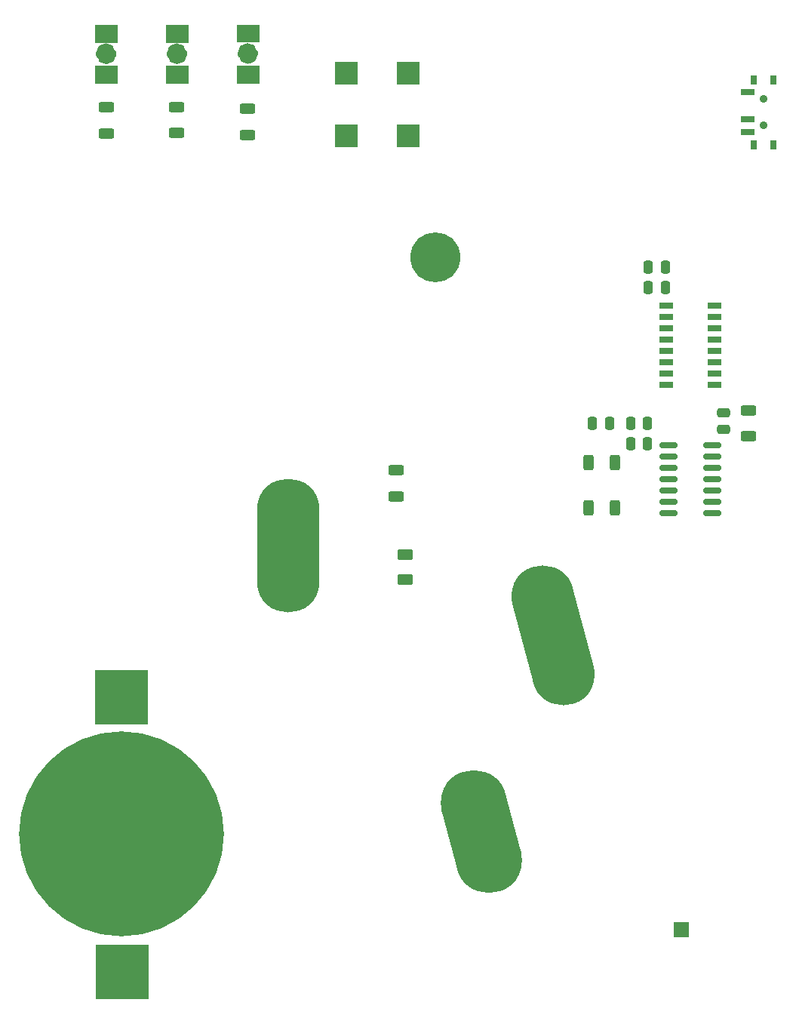
<source format=gbr>
%TF.GenerationSoftware,KiCad,Pcbnew,(6.0.1)*%
%TF.CreationDate,2022-08-22T18:54:28-05:00*%
%TF.ProjectId,Biohacking Village Badge - Gutz-Girl,42696f68-6163-46b6-996e-672056696c6c,1.0b*%
%TF.SameCoordinates,Original*%
%TF.FileFunction,Soldermask,Bot*%
%TF.FilePolarity,Negative*%
%FSLAX46Y46*%
G04 Gerber Fmt 4.6, Leading zero omitted, Abs format (unit mm)*
G04 Created by KiCad (PCBNEW (6.0.1)) date 2022-08-22 18:54:28*
%MOMM*%
%LPD*%
G01*
G04 APERTURE LIST*
G04 Aperture macros list*
%AMRoundRect*
0 Rectangle with rounded corners*
0 $1 Rounding radius*
0 $2 $3 $4 $5 $6 $7 $8 $9 X,Y pos of 4 corners*
0 Add a 4 corners polygon primitive as box body*
4,1,4,$2,$3,$4,$5,$6,$7,$8,$9,$2,$3,0*
0 Add four circle primitives for the rounded corners*
1,1,$1+$1,$2,$3*
1,1,$1+$1,$4,$5*
1,1,$1+$1,$6,$7*
1,1,$1+$1,$8,$9*
0 Add four rect primitives between the rounded corners*
20,1,$1+$1,$2,$3,$4,$5,0*
20,1,$1+$1,$4,$5,$6,$7,0*
20,1,$1+$1,$6,$7,$8,$9,0*
20,1,$1+$1,$8,$9,$2,$3,0*%
%AMHorizOval*
0 Thick line with rounded ends*
0 $1 width*
0 $2 $3 position (X,Y) of the first rounded end (center of the circle)*
0 $4 $5 position (X,Y) of the second rounded end (center of the circle)*
0 Add line between two ends*
20,1,$1,$2,$3,$4,$5,0*
0 Add two circle primitives to create the rounded ends*
1,1,$1,$2,$3*
1,1,$1,$4,$5*%
G04 Aperture macros list end*
%ADD10C,1.152495*%
%ADD11C,0.100000*%
%ADD12HorizOval,7.400000X-0.854103X3.187555X0.854103X-3.187555X0*%
%ADD13R,2.032000X1.524000*%
%ADD14R,2.095500X1.397000*%
%ADD15R,1.550000X0.700000*%
%ADD16RoundRect,0.250000X0.250000X0.475000X-0.250000X0.475000X-0.250000X-0.475000X0.250000X-0.475000X0*%
%ADD17RoundRect,0.250000X-0.625000X0.312500X-0.625000X-0.312500X0.625000X-0.312500X0.625000X0.312500X0*%
%ADD18R,6.000000X6.200000*%
%ADD19C,23.000000*%
%ADD20C,5.600000*%
%ADD21RoundRect,0.250000X-0.312500X-0.625000X0.312500X-0.625000X0.312500X0.625000X-0.312500X0.625000X0*%
%ADD22O,7.000000X15.000000*%
%ADD23RoundRect,0.250000X0.475000X-0.250000X0.475000X0.250000X-0.475000X0.250000X-0.475000X-0.250000X0*%
%ADD24RoundRect,0.250000X0.625000X-0.375000X0.625000X0.375000X-0.625000X0.375000X-0.625000X-0.375000X0*%
%ADD25RoundRect,0.250000X0.312500X0.625000X-0.312500X0.625000X-0.312500X-0.625000X0.312500X-0.625000X0*%
%ADD26RoundRect,0.150000X0.825000X0.150000X-0.825000X0.150000X-0.825000X-0.150000X0.825000X-0.150000X0*%
%ADD27HorizOval,7.000000X-1.164686X4.346666X1.164686X-4.346666X0*%
%ADD28R,1.700000X1.700000*%
%ADD29R,0.800000X1.000000*%
%ADD30C,0.900000*%
%ADD31R,1.500000X0.700000*%
%ADD32R,2.500000X2.500000*%
G04 APERTURE END LIST*
%TO.C,D2*%
D10*
X85726447Y-46268800D02*
G75*
G03*
X85726447Y-46268800I-576247J0D01*
G01*
D11*
X86394800Y-49570800D02*
X86394800Y-47589600D01*
X86394800Y-47589600D02*
X83905600Y-47589600D01*
X83905600Y-47589600D02*
X83905600Y-49570800D01*
X83905600Y-49570800D02*
X86394800Y-49570800D01*
G36*
X86394800Y-49570800D02*
G01*
X83905600Y-49570800D01*
X83905600Y-47589600D01*
X86394800Y-47589600D01*
X86394800Y-49570800D01*
G37*
X86394800Y-49570800D02*
X83905600Y-49570800D01*
X83905600Y-47589600D01*
X86394800Y-47589600D01*
X86394800Y-49570800D01*
X86369400Y-44948000D02*
X86369400Y-43017600D01*
X86369400Y-43017600D02*
X83931000Y-43017600D01*
X83931000Y-43017600D02*
X83931000Y-44948000D01*
X83931000Y-44948000D02*
X86369400Y-44948000D01*
G36*
X86369400Y-44948000D02*
G01*
X83931000Y-44948000D01*
X83931000Y-43017600D01*
X86369400Y-43017600D01*
X86369400Y-44948000D01*
G37*
X86369400Y-44948000D02*
X83931000Y-44948000D01*
X83931000Y-43017600D01*
X86369400Y-43017600D01*
X86369400Y-44948000D01*
%TO.C,D3*%
D10*
X93676647Y-46243400D02*
G75*
G03*
X93676647Y-46243400I-576247J0D01*
G01*
D11*
X94319600Y-44922600D02*
X94319600Y-42992200D01*
X94319600Y-42992200D02*
X91881200Y-42992200D01*
X91881200Y-42992200D02*
X91881200Y-44922600D01*
X91881200Y-44922600D02*
X94319600Y-44922600D01*
G36*
X94319600Y-44922600D02*
G01*
X91881200Y-44922600D01*
X91881200Y-42992200D01*
X94319600Y-42992200D01*
X94319600Y-44922600D01*
G37*
X94319600Y-44922600D02*
X91881200Y-44922600D01*
X91881200Y-42992200D01*
X94319600Y-42992200D01*
X94319600Y-44922600D01*
X94345000Y-49545400D02*
X94345000Y-47564200D01*
X94345000Y-47564200D02*
X91855800Y-47564200D01*
X91855800Y-47564200D02*
X91855800Y-49545400D01*
X91855800Y-49545400D02*
X94345000Y-49545400D01*
G36*
X94345000Y-49545400D02*
G01*
X91855800Y-49545400D01*
X91855800Y-47564200D01*
X94345000Y-47564200D01*
X94345000Y-49545400D01*
G37*
X94345000Y-49545400D02*
X91855800Y-49545400D01*
X91855800Y-47564200D01*
X94345000Y-47564200D01*
X94345000Y-49545400D01*
%TO.C,D1*%
D10*
X77776247Y-46268800D02*
G75*
G03*
X77776247Y-46268800I-576247J0D01*
G01*
D11*
X78419200Y-44948000D02*
X78419200Y-43017600D01*
X78419200Y-43017600D02*
X75980800Y-43017600D01*
X75980800Y-43017600D02*
X75980800Y-44948000D01*
X75980800Y-44948000D02*
X78419200Y-44948000D01*
G36*
X78419200Y-44948000D02*
G01*
X75980800Y-44948000D01*
X75980800Y-43017600D01*
X78419200Y-43017600D01*
X78419200Y-44948000D01*
G37*
X78419200Y-44948000D02*
X75980800Y-44948000D01*
X75980800Y-43017600D01*
X78419200Y-43017600D01*
X78419200Y-44948000D01*
X78444600Y-49570800D02*
X78444600Y-47589600D01*
X78444600Y-47589600D02*
X75955400Y-47589600D01*
X75955400Y-47589600D02*
X75955400Y-49570800D01*
X75955400Y-49570800D02*
X78444600Y-49570800D01*
G36*
X78444600Y-49570800D02*
G01*
X75955400Y-49570800D01*
X75955400Y-47589600D01*
X78444600Y-47589600D01*
X78444600Y-49570800D01*
G37*
X78444600Y-49570800D02*
X75955400Y-49570800D01*
X75955400Y-47589600D01*
X78444600Y-47589600D01*
X78444600Y-49570800D01*
%TD*%
D12*
%TO.C,*%
X119329200Y-133527800D03*
%TD*%
D13*
%TO.C,D2*%
X85150200Y-48554800D03*
D14*
X85150200Y-43982800D03*
%TD*%
%TO.C,D3*%
X93100400Y-43957400D03*
D13*
X93100400Y-48529400D03*
%TD*%
D14*
%TO.C,D1*%
X77200000Y-43982800D03*
D13*
X77200000Y-48554800D03*
%TD*%
D15*
%TO.C,U1*%
X145473000Y-74549000D03*
X145473000Y-75819000D03*
X145473000Y-77089000D03*
X145473000Y-78359000D03*
X145473000Y-79629000D03*
X145473000Y-80899000D03*
X145473000Y-82169000D03*
X145473000Y-83439000D03*
X140023000Y-83439000D03*
X140023000Y-82169000D03*
X140023000Y-80899000D03*
X140023000Y-79629000D03*
X140023000Y-78359000D03*
X140023000Y-77089000D03*
X140023000Y-75819000D03*
X140023000Y-74549000D03*
%TD*%
D16*
%TO.C,C5*%
X139950000Y-70250000D03*
X138050000Y-70250000D03*
%TD*%
D17*
%TO.C,R3*%
X93075000Y-52426300D03*
X93075000Y-55351300D03*
%TD*%
D18*
%TO.C,CR2450*%
X79026600Y-149294000D03*
X78925000Y-118500000D03*
D19*
X78925000Y-133800000D03*
%TD*%
D20*
%TO.C,REF\u002A\u002A*%
X114175000Y-69150000D03*
%TD*%
D16*
%TO.C,C3*%
X139950000Y-72500000D03*
X138050000Y-72500000D03*
%TD*%
D17*
%TO.C,R7*%
X109728000Y-93025500D03*
X109728000Y-95950500D03*
%TD*%
D21*
%TO.C,R6*%
X131379500Y-92170000D03*
X134304500Y-92170000D03*
%TD*%
D22*
%TO.C,REF\u002A\u002A*%
X97612200Y-101447600D03*
%TD*%
D23*
%TO.C,C1*%
X146500000Y-88450000D03*
X146500000Y-86550000D03*
%TD*%
D17*
%TO.C,R1*%
X77225400Y-52273900D03*
X77225400Y-55198900D03*
%TD*%
D24*
%TO.C,D4*%
X110744000Y-105286000D03*
X110744000Y-102486000D03*
%TD*%
D16*
%TO.C,C6*%
X137950000Y-90000000D03*
X136050000Y-90000000D03*
%TD*%
D25*
%TO.C,R5*%
X134304500Y-97250000D03*
X131379500Y-97250000D03*
%TD*%
D26*
%TO.C,U2*%
X145223000Y-90170000D03*
X145223000Y-91440000D03*
X145223000Y-92710000D03*
X145223000Y-93980000D03*
X145223000Y-95250000D03*
X145223000Y-96520000D03*
X145223000Y-97790000D03*
X140273000Y-97790000D03*
X140273000Y-96520000D03*
X140273000Y-95250000D03*
X140273000Y-93980000D03*
X140273000Y-92710000D03*
X140273000Y-91440000D03*
X140273000Y-90170000D03*
%TD*%
D16*
%TO.C,C2*%
X133700000Y-87750000D03*
X131800000Y-87750000D03*
%TD*%
D17*
%TO.C,R2*%
X85150200Y-52248500D03*
X85150200Y-55173500D03*
%TD*%
D27*
%TO.C,REF\u002A\u002A*%
X127381000Y-111556800D03*
%TD*%
D28*
%TO.C,J1*%
X141732000Y-144526000D03*
%TD*%
D16*
%TO.C,C4*%
X137950000Y-87750000D03*
X136050000Y-87750000D03*
%TD*%
D29*
%TO.C,SW1*%
X149875000Y-56482000D03*
D30*
X150985000Y-51332000D03*
D29*
X152085000Y-49182000D03*
X152085000Y-56482000D03*
D30*
X150985000Y-54332000D03*
D29*
X149875000Y-49182000D03*
D31*
X149225000Y-50582000D03*
X149225000Y-53582000D03*
X149225000Y-55082000D03*
%TD*%
D32*
%TO.C,BZ1*%
X104120900Y-48450100D03*
X111120900Y-48450100D03*
X111120900Y-55450100D03*
X104120900Y-55450100D03*
%TD*%
D17*
%TO.C,R4*%
X149250000Y-86287500D03*
X149250000Y-89212500D03*
%TD*%
M02*

</source>
